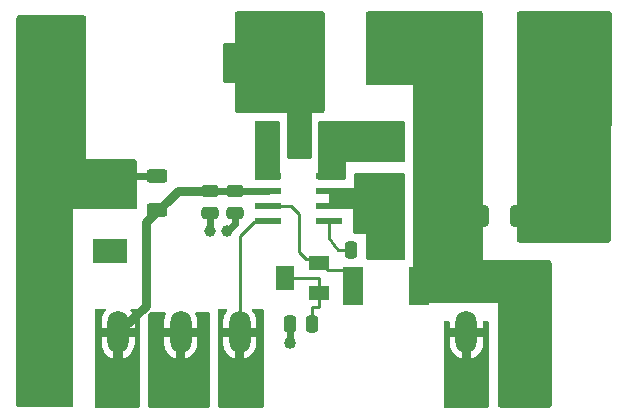
<source format=gbr>
%TF.GenerationSoftware,KiCad,Pcbnew,8.0.3*%
%TF.CreationDate,2024-09-06T18:55:24+02:00*%
%TF.ProjectId,nixie_supply,6e697869-655f-4737-9570-706c792e6b69,rev?*%
%TF.SameCoordinates,Original*%
%TF.FileFunction,Copper,L1,Top*%
%TF.FilePolarity,Positive*%
%FSLAX46Y46*%
G04 Gerber Fmt 4.6, Leading zero omitted, Abs format (unit mm)*
G04 Created by KiCad (PCBNEW 8.0.3) date 2024-09-06 18:55:24*
%MOMM*%
%LPD*%
G01*
G04 APERTURE LIST*
G04 Aperture macros list*
%AMRoundRect*
0 Rectangle with rounded corners*
0 $1 Rounding radius*
0 $2 $3 $4 $5 $6 $7 $8 $9 X,Y pos of 4 corners*
0 Add a 4 corners polygon primitive as box body*
4,1,4,$2,$3,$4,$5,$6,$7,$8,$9,$2,$3,0*
0 Add four circle primitives for the rounded corners*
1,1,$1+$1,$2,$3*
1,1,$1+$1,$4,$5*
1,1,$1+$1,$6,$7*
1,1,$1+$1,$8,$9*
0 Add four rect primitives between the rounded corners*
20,1,$1+$1,$2,$3,$4,$5,0*
20,1,$1+$1,$4,$5,$6,$7,0*
20,1,$1+$1,$6,$7,$8,$9,0*
20,1,$1+$1,$8,$9,$2,$3,0*%
G04 Aperture macros list end*
%TA.AperFunction,ComponentPad*%
%ADD10O,1.790700X3.581400*%
%TD*%
%TA.AperFunction,SMDPad,CuDef*%
%ADD11R,3.000000X2.000000*%
%TD*%
%TA.AperFunction,SMDPad,CuDef*%
%ADD12R,2.800000X3.800000*%
%TD*%
%TA.AperFunction,SMDPad,CuDef*%
%ADD13R,3.500000X3.000000*%
%TD*%
%TA.AperFunction,SMDPad,CuDef*%
%ADD14RoundRect,0.250000X0.325000X0.650000X-0.325000X0.650000X-0.325000X-0.650000X0.325000X-0.650000X0*%
%TD*%
%TA.AperFunction,SMDPad,CuDef*%
%ADD15RoundRect,0.250000X-0.475000X0.250000X-0.475000X-0.250000X0.475000X-0.250000X0.475000X0.250000X0*%
%TD*%
%TA.AperFunction,ComponentPad*%
%ADD16O,1.524000X3.048000*%
%TD*%
%TA.AperFunction,SMDPad,CuDef*%
%ADD17RoundRect,0.250000X-0.250000X-0.475000X0.250000X-0.475000X0.250000X0.475000X-0.250000X0.475000X0*%
%TD*%
%TA.AperFunction,SMDPad,CuDef*%
%ADD18R,2.700000X1.800000*%
%TD*%
%TA.AperFunction,SMDPad,CuDef*%
%ADD19RoundRect,0.250000X-0.625000X0.312500X-0.625000X-0.312500X0.625000X-0.312500X0.625000X0.312500X0*%
%TD*%
%TA.AperFunction,SMDPad,CuDef*%
%ADD20R,1.800000X3.200000*%
%TD*%
%TA.AperFunction,SMDPad,CuDef*%
%ADD21RoundRect,0.250000X-1.500000X-1.000000X1.500000X-1.000000X1.500000X1.000000X-1.500000X1.000000X0*%
%TD*%
%TA.AperFunction,SMDPad,CuDef*%
%ADD22R,2.200000X0.600000*%
%TD*%
%TA.AperFunction,SMDPad,CuDef*%
%ADD23R,1.800000X1.300000*%
%TD*%
%TA.AperFunction,SMDPad,CuDef*%
%ADD24R,1.600000X2.000000*%
%TD*%
%TA.AperFunction,ViaPad*%
%ADD25C,1.006400*%
%TD*%
%TA.AperFunction,ViaPad*%
%ADD26C,1.000000*%
%TD*%
%TA.AperFunction,ViaPad*%
%ADD27C,1.016000*%
%TD*%
%TA.AperFunction,Conductor*%
%ADD28C,0.600000*%
%TD*%
%TA.AperFunction,Conductor*%
%ADD29C,0.762000*%
%TD*%
%TA.AperFunction,Conductor*%
%ADD30C,0.254000*%
%TD*%
G04 APERTURE END LIST*
D10*
%TO.P,J3,1*%
%TO.N,DGND*%
X161181100Y-119633600D03*
%TO.P,J3,2*%
%TO.N,VOUT*%
X166181100Y-119633600D03*
%TD*%
D11*
%TO.P,C1,+*%
%TO.N,PWR*%
X130981100Y-106733600D03*
%TO.P,C1,-*%
%TO.N,DGND*%
X130981100Y-112733600D03*
%TD*%
D12*
%TO.P,D1,A*%
%TO.N,N$15*%
X147281100Y-95633600D03*
%TO.P,D1,C*%
%TO.N,VOUT*%
X154681100Y-95633600D03*
%TD*%
D13*
%TO.P,L1,P$1*%
%TO.N,PWR*%
X126481100Y-97033600D03*
%TO.P,L1,P$2*%
%TO.N,N$15*%
X142481100Y-97033600D03*
%TD*%
D14*
%TO.P,C6,1*%
%TO.N,DGND*%
X165475000Y-109750000D03*
%TO.P,C6,2*%
%TO.N,VOUT*%
X162525000Y-109750000D03*
%TD*%
D15*
%TO.P,C5,1*%
%TO.N,VCC*%
X139450000Y-107650000D03*
%TO.P,C5,2*%
%TO.N,DGND*%
X139450000Y-109550000D03*
%TD*%
D10*
%TO.P,J1,1*%
%TO.N,PWR*%
X126681100Y-119633600D03*
%TO.P,J1,2*%
%TO.N,VCC*%
X131681100Y-119633600D03*
%TD*%
%TO.P,J2,1*%
%TO.N,DGND*%
X136981100Y-119633600D03*
%TO.P,J2,2*%
%TO.N,SHDN*%
X141981100Y-119633600D03*
%TD*%
D16*
%TO.P,T1,D*%
%TO.N,N$15*%
X147081100Y-103273600D03*
%TO.P,T1,G*%
%TO.N,EXT*%
X144541100Y-103273600D03*
%TO.P,T1,S*%
%TO.N,N$2*%
X149621100Y-103273600D03*
%TD*%
D17*
%TO.P,R1,1*%
%TO.N,DGND*%
X146231100Y-118933600D03*
%TO.P,R1,2*%
%TO.N,N$3*%
X148131100Y-118933600D03*
%TD*%
D18*
%TO.P,RSENSE0,1*%
%TO.N,DGND*%
X154081100Y-107333600D03*
%TO.P,RSENSE0,2*%
%TO.N,N$2*%
X154081100Y-102933600D03*
%TD*%
D19*
%TO.P,REF\u002A\u002A,1*%
%TO.N,PWR*%
X134950000Y-106387500D03*
%TO.P,REF\u002A\u002A,2*%
%TO.N,VCC*%
X134950000Y-109312500D03*
%TD*%
D20*
%TO.P,R2,1*%
%TO.N,N$8*%
X151581100Y-115733600D03*
%TO.P,R2,2*%
%TO.N,VOUT*%
X157181100Y-115733600D03*
%TD*%
D21*
%TO.P,C4,1*%
%TO.N,VOUT*%
X160750000Y-98300000D03*
%TO.P,C4,2*%
%TO.N,DGND*%
X167250000Y-98300000D03*
%TD*%
D17*
%TO.P,C3,1*%
%TO.N,N$17*%
X151431100Y-112633600D03*
%TO.P,C3,2*%
%TO.N,DGND*%
X153331100Y-112633600D03*
%TD*%
D22*
%TO.P,IC1,1*%
%TO.N,EXT*%
X144381100Y-106428600D03*
%TO.P,IC1,2*%
%TO.N,VCC*%
X144381100Y-107698600D03*
%TO.P,IC1,3*%
%TO.N,N$8*%
X144381100Y-108968600D03*
%TO.P,IC1,4*%
%TO.N,SHDN*%
X144381100Y-110238600D03*
%TO.P,IC1,5*%
%TO.N,N$17*%
X149581100Y-110238600D03*
%TO.P,IC1,6*%
%TO.N,DGND*%
X149581100Y-108968600D03*
%TO.P,IC1,7*%
X149581100Y-107698600D03*
%TO.P,IC1,8*%
%TO.N,N$2*%
X149581100Y-106428600D03*
%TD*%
D23*
%TO.P,VR1,1*%
%TO.N,N$3*%
X148681100Y-116333600D03*
D24*
%TO.P,VR1,2*%
X145781100Y-115033600D03*
D23*
%TO.P,VR1,3*%
%TO.N,N$8*%
X148681100Y-113733600D03*
%TD*%
D15*
%TO.P,C2,1*%
%TO.N,VCC*%
X141581100Y-107650000D03*
%TO.P,C2,2*%
%TO.N,DGND*%
X141581100Y-109550000D03*
%TD*%
D25*
%TO.N,DGND*%
X153781100Y-110633600D03*
D26*
X139450000Y-111050000D03*
D25*
X152381100Y-109133600D03*
D27*
X146200000Y-120550000D03*
D25*
X153781100Y-109133600D03*
X169981100Y-93433600D03*
D26*
X140900000Y-111100000D03*
D25*
X169881100Y-102133600D03*
X155181100Y-112133600D03*
X169881100Y-106233600D03*
X155181100Y-109133600D03*
X169881100Y-104233600D03*
X152381100Y-110633600D03*
D27*
X130981100Y-112733600D03*
D25*
X169981100Y-95533600D03*
X155181100Y-110633600D03*
%TD*%
D28*
%TO.N,PWR*%
X134950000Y-106387500D02*
X131327200Y-106387500D01*
X131327200Y-106387500D02*
X130981100Y-106733600D01*
D29*
%TO.N,VCC*%
X134081100Y-110300000D02*
X136731100Y-107650000D01*
X134081100Y-116150000D02*
X134081100Y-110300000D01*
D28*
X141581100Y-107650000D02*
X139450000Y-107650000D01*
D29*
X134081100Y-117433600D02*
X134081100Y-116150000D01*
X131681100Y-119633600D02*
X134081100Y-117433600D01*
X136731100Y-107650000D02*
X139450000Y-107650000D01*
D28*
X141631100Y-107700000D02*
X144379700Y-107700000D01*
X144379700Y-107700000D02*
X144381100Y-107698600D01*
X141581100Y-107650000D02*
X141631100Y-107700000D01*
D30*
%TO.N,N$8*%
X146316100Y-108968600D02*
X144381100Y-108968600D01*
X148681100Y-113433600D02*
X148681100Y-113733600D01*
X150781100Y-114333600D02*
X151581100Y-115733600D01*
X147581100Y-113433600D02*
X146981100Y-112833600D01*
X148681100Y-113733600D02*
X149481100Y-114333600D01*
X149481100Y-114333600D02*
X150781100Y-114333600D01*
X146981100Y-112833600D02*
X146981100Y-109633600D01*
X147581100Y-113433600D02*
X148681100Y-113433600D01*
X146981100Y-109633600D02*
X146316100Y-108968600D01*
%TO.N,SHDN*%
X141981100Y-111495300D02*
X143181100Y-110295300D01*
X141981100Y-119633600D02*
X141981100Y-111495300D01*
X143181100Y-110295300D02*
X144381100Y-110238600D01*
%TO.N,N$17*%
X149581100Y-111638600D02*
X149581100Y-110238600D01*
X150281100Y-112633600D02*
X151431100Y-112633600D01*
X149981100Y-112233600D02*
X150281100Y-112633600D01*
X149581100Y-111638600D02*
X149981100Y-112233600D01*
D28*
%TO.N,DGND*%
X140900000Y-111100000D02*
X141550000Y-110450000D01*
X146200000Y-120550000D02*
X146200000Y-118964700D01*
X139450000Y-111050000D02*
X139450000Y-109550000D01*
X141550000Y-110450000D02*
X141550000Y-109581100D01*
X146200000Y-118964700D02*
X146231100Y-118933600D01*
X141550000Y-109581100D02*
X141581100Y-109550000D01*
D30*
%TO.N,N$3*%
X148681100Y-115033600D02*
X145781100Y-115033600D01*
X148681100Y-117533600D02*
X148681100Y-116333600D01*
X148681100Y-116333600D02*
X148681100Y-115033600D01*
X148131100Y-118933600D02*
X148131100Y-117533600D01*
X148131100Y-117533600D02*
X148681100Y-117533600D01*
%TD*%
%TA.AperFunction,Conductor*%
%TO.N,N$2*%
G36*
X155868443Y-101753307D02*
G01*
X155937684Y-101808526D01*
X155976111Y-101888318D01*
X155981100Y-101932600D01*
X155981100Y-105034600D01*
X155961393Y-105120943D01*
X155906174Y-105190184D01*
X155826382Y-105228611D01*
X155782100Y-105233600D01*
X150981100Y-105233600D01*
X150981100Y-106534600D01*
X150961393Y-106620943D01*
X150906174Y-106690184D01*
X150826382Y-106728611D01*
X150782100Y-106733600D01*
X148807100Y-106733600D01*
X148720757Y-106713893D01*
X148651516Y-106658674D01*
X148613089Y-106578882D01*
X148608100Y-106534600D01*
X148608100Y-101932600D01*
X148627807Y-101846257D01*
X148683026Y-101777016D01*
X148762818Y-101738589D01*
X148807100Y-101733600D01*
X155782100Y-101733600D01*
X155868443Y-101753307D01*
G37*
%TD.AperFunction*%
%TD*%
%TA.AperFunction,Conductor*%
%TO.N,VOUT*%
G36*
X162468443Y-92453307D02*
G01*
X162537684Y-92508526D01*
X162576111Y-92588318D01*
X162581100Y-92632600D01*
X162581100Y-113533600D01*
X168182100Y-113533600D01*
X168268443Y-113553307D01*
X168337684Y-113608526D01*
X168376111Y-113688318D01*
X168381100Y-113732600D01*
X168381100Y-125804600D01*
X168361393Y-125890943D01*
X168306174Y-125960184D01*
X168226382Y-125998611D01*
X168182100Y-126003600D01*
X164080100Y-126003600D01*
X163993757Y-125983893D01*
X163924516Y-125928674D01*
X163886089Y-125848882D01*
X163881100Y-125804600D01*
X163881100Y-117133600D01*
X156880100Y-117133600D01*
X156793757Y-117113893D01*
X156724516Y-117058674D01*
X156686089Y-116978882D01*
X156681100Y-116934600D01*
X156681100Y-98733600D01*
X152880100Y-98733600D01*
X152793757Y-98713893D01*
X152724516Y-98658674D01*
X152686089Y-98578882D01*
X152681100Y-98534600D01*
X152681100Y-92632600D01*
X152700807Y-92546257D01*
X152756026Y-92477016D01*
X152835818Y-92438589D01*
X152880100Y-92433600D01*
X162382100Y-92433600D01*
X162468443Y-92453307D01*
G37*
%TD.AperFunction*%
%TD*%
%TA.AperFunction,Conductor*%
%TO.N,EXT*%
G36*
X145342831Y-101749613D02*
G01*
X145379376Y-101799913D01*
X145384300Y-101831000D01*
X145384300Y-106636200D01*
X145365087Y-106695331D01*
X145314787Y-106731876D01*
X145283700Y-106736800D01*
X143378500Y-106736800D01*
X143319369Y-106717587D01*
X143282824Y-106667287D01*
X143277900Y-106636200D01*
X143277900Y-101831000D01*
X143297113Y-101771869D01*
X143347413Y-101735324D01*
X143378500Y-101730400D01*
X145283700Y-101730400D01*
X145342831Y-101749613D01*
G37*
%TD.AperFunction*%
%TD*%
%TA.AperFunction,Conductor*%
%TO.N,N$15*%
G36*
X149068443Y-92453307D02*
G01*
X149137684Y-92508526D01*
X149176111Y-92588318D01*
X149181100Y-92632600D01*
X149181100Y-100834600D01*
X149161393Y-100920943D01*
X149106174Y-100990184D01*
X149026382Y-101028611D01*
X148982100Y-101033600D01*
X148081100Y-101033600D01*
X148081100Y-104734600D01*
X148061393Y-104820943D01*
X148006174Y-104890184D01*
X147926382Y-104928611D01*
X147882100Y-104933600D01*
X146180100Y-104933600D01*
X146093757Y-104913893D01*
X146024516Y-104858674D01*
X145986089Y-104778882D01*
X145981100Y-104734600D01*
X145981100Y-101033600D01*
X141780100Y-101033600D01*
X141693757Y-101013893D01*
X141624516Y-100958674D01*
X141586089Y-100878882D01*
X141581100Y-100834600D01*
X141581100Y-98533600D01*
X140780100Y-98533600D01*
X140693757Y-98513893D01*
X140624516Y-98458674D01*
X140586089Y-98378882D01*
X140581100Y-98334600D01*
X140581100Y-95332600D01*
X140600807Y-95246257D01*
X140656026Y-95177016D01*
X140735818Y-95138589D01*
X140780100Y-95133600D01*
X141581100Y-95133600D01*
X141581100Y-92632600D01*
X141600807Y-92546257D01*
X141656026Y-92477016D01*
X141735818Y-92438589D01*
X141780100Y-92433600D01*
X148982100Y-92433600D01*
X149068443Y-92453307D01*
G37*
%TD.AperFunction*%
%TD*%
%TA.AperFunction,Conductor*%
%TO.N,DGND*%
G36*
X155868443Y-106153307D02*
G01*
X155937684Y-106208526D01*
X155976111Y-106288318D01*
X155981100Y-106332600D01*
X155981100Y-113334600D01*
X155961393Y-113420943D01*
X155906174Y-113490184D01*
X155826382Y-113528611D01*
X155782100Y-113533600D01*
X152880100Y-113533600D01*
X152793757Y-113513893D01*
X152724516Y-113458674D01*
X152686089Y-113378882D01*
X152681100Y-113334600D01*
X152681100Y-111333600D01*
X151780100Y-111333600D01*
X151693757Y-111313893D01*
X151624516Y-111258674D01*
X151586089Y-111178882D01*
X151581100Y-111134600D01*
X151581100Y-109233600D01*
X149780100Y-109233600D01*
X149693757Y-109213893D01*
X149624516Y-109158674D01*
X149586089Y-109078882D01*
X149581100Y-109034600D01*
X149581100Y-107632600D01*
X149600807Y-107546257D01*
X149656026Y-107477016D01*
X149735818Y-107438589D01*
X149780100Y-107433600D01*
X151681100Y-107433600D01*
X151681100Y-106332600D01*
X151700807Y-106246257D01*
X151756026Y-106177016D01*
X151835818Y-106138589D01*
X151880100Y-106133600D01*
X155782100Y-106133600D01*
X155868443Y-106153307D01*
G37*
%TD.AperFunction*%
%TD*%
%TA.AperFunction,Conductor*%
%TO.N,DGND*%
G36*
X173369515Y-92453307D02*
G01*
X173438756Y-92508526D01*
X173477183Y-92588318D01*
X173482169Y-92633658D01*
X173380031Y-111835658D01*
X173359865Y-111921895D01*
X173304279Y-111990842D01*
X173224283Y-112028843D01*
X173181034Y-112033600D01*
X165680100Y-112033600D01*
X165593757Y-112013893D01*
X165524516Y-111958674D01*
X165486089Y-111878882D01*
X165481100Y-111834600D01*
X165481100Y-92632600D01*
X165500807Y-92546257D01*
X165556026Y-92477016D01*
X165635818Y-92438589D01*
X165680100Y-92433600D01*
X173283172Y-92433600D01*
X173369515Y-92453307D01*
G37*
%TD.AperFunction*%
%TD*%
%TA.AperFunction,Conductor*%
%TO.N,PWR*%
G36*
X128868443Y-92819707D02*
G01*
X128937684Y-92874926D01*
X128976111Y-92954718D01*
X128981100Y-92999000D01*
X128981100Y-105000000D01*
X133082100Y-105000000D01*
X133168443Y-105019707D01*
X133237684Y-105074926D01*
X133276111Y-105154718D01*
X133281100Y-105199000D01*
X133281100Y-109001000D01*
X133261393Y-109087343D01*
X133206174Y-109156584D01*
X133126382Y-109195011D01*
X133082100Y-109200000D01*
X127881100Y-109200000D01*
X127881100Y-125801000D01*
X127861393Y-125887343D01*
X127806174Y-125956584D01*
X127726382Y-125995011D01*
X127682100Y-126000000D01*
X123280100Y-126000000D01*
X123193757Y-125980293D01*
X123124516Y-125925074D01*
X123086089Y-125845282D01*
X123081100Y-125801000D01*
X123081100Y-92999000D01*
X123100807Y-92912657D01*
X123156026Y-92843416D01*
X123235818Y-92804989D01*
X123280100Y-92800000D01*
X128782100Y-92800000D01*
X128868443Y-92819707D01*
G37*
%TD.AperFunction*%
%TD*%
%TA.AperFunction,Conductor*%
%TO.N,VCC*%
G36*
X130582799Y-117653015D02*
G01*
X130628554Y-117705819D01*
X130638498Y-117774977D01*
X130616078Y-117830216D01*
X130487689Y-118006926D01*
X130387977Y-118202620D01*
X130387976Y-118202623D01*
X130320108Y-118411503D01*
X130285750Y-118628428D01*
X130285750Y-119233600D01*
X131236956Y-119233600D01*
X131203461Y-119267095D01*
X131124877Y-119403205D01*
X131084200Y-119555017D01*
X131084200Y-119712183D01*
X131124877Y-119863995D01*
X131203461Y-120000105D01*
X131236956Y-120033600D01*
X130285750Y-120033600D01*
X130285750Y-120638771D01*
X130320108Y-120855696D01*
X130387976Y-121064576D01*
X130387977Y-121064579D01*
X130487689Y-121260273D01*
X130616788Y-121437962D01*
X130772087Y-121593261D01*
X130949776Y-121722360D01*
X131145470Y-121822072D01*
X131145473Y-121822073D01*
X131281099Y-121866140D01*
X131281100Y-121866139D01*
X131281100Y-120077744D01*
X131314595Y-120111239D01*
X131450705Y-120189823D01*
X131602517Y-120230500D01*
X131759683Y-120230500D01*
X131911495Y-120189823D01*
X132047605Y-120111239D01*
X132081100Y-120077744D01*
X132081100Y-121866140D01*
X132216726Y-121822073D01*
X132216729Y-121822072D01*
X132412423Y-121722360D01*
X132590112Y-121593261D01*
X132745411Y-121437962D01*
X132874510Y-121260273D01*
X132974222Y-121064579D01*
X132974223Y-121064576D01*
X133042091Y-120855696D01*
X133076450Y-120638771D01*
X133076450Y-120033600D01*
X132125244Y-120033600D01*
X132158739Y-120000105D01*
X132237323Y-119863995D01*
X132278000Y-119712183D01*
X132278000Y-119555017D01*
X132237323Y-119403205D01*
X132158739Y-119267095D01*
X132125244Y-119233600D01*
X133076450Y-119233600D01*
X133076450Y-118628428D01*
X133042091Y-118411503D01*
X132974223Y-118202623D01*
X132974222Y-118202620D01*
X132874510Y-118006926D01*
X132746122Y-117830216D01*
X132722642Y-117764409D01*
X132738467Y-117696355D01*
X132788573Y-117647661D01*
X132846440Y-117633330D01*
X133426347Y-117633330D01*
X133493386Y-117653015D01*
X133539141Y-117705819D01*
X133550347Y-117757330D01*
X133550347Y-125879600D01*
X133530662Y-125946639D01*
X133477858Y-125992394D01*
X133426347Y-126003600D01*
X129824347Y-126003600D01*
X129757308Y-125983915D01*
X129711553Y-125931111D01*
X129700347Y-125879600D01*
X129700347Y-117757330D01*
X129720032Y-117690291D01*
X129772836Y-117644536D01*
X129824347Y-117633330D01*
X130515760Y-117633330D01*
X130582799Y-117653015D01*
G37*
%TD.AperFunction*%
%TD*%
%TA.AperFunction,Conductor*%
%TO.N,DGND*%
G36*
X135698369Y-117936350D02*
G01*
X135744124Y-117989154D01*
X135754068Y-118058312D01*
X135741815Y-118096960D01*
X135687977Y-118202620D01*
X135687976Y-118202623D01*
X135620108Y-118411503D01*
X135585750Y-118628428D01*
X135585750Y-119233600D01*
X136536956Y-119233600D01*
X136503461Y-119267095D01*
X136424877Y-119403205D01*
X136384200Y-119555017D01*
X136384200Y-119712183D01*
X136424877Y-119863995D01*
X136503461Y-120000105D01*
X136536956Y-120033600D01*
X135585750Y-120033600D01*
X135585750Y-120638771D01*
X135620108Y-120855696D01*
X135687976Y-121064576D01*
X135687977Y-121064579D01*
X135787689Y-121260273D01*
X135916788Y-121437962D01*
X136072087Y-121593261D01*
X136249776Y-121722360D01*
X136445470Y-121822072D01*
X136445473Y-121822073D01*
X136581099Y-121866140D01*
X136581100Y-121866139D01*
X136581100Y-120077744D01*
X136614595Y-120111239D01*
X136750705Y-120189823D01*
X136902517Y-120230500D01*
X137059683Y-120230500D01*
X137211495Y-120189823D01*
X137347605Y-120111239D01*
X137381100Y-120077744D01*
X137381100Y-121866140D01*
X137516726Y-121822073D01*
X137516729Y-121822072D01*
X137712423Y-121722360D01*
X137890112Y-121593261D01*
X138045411Y-121437962D01*
X138174510Y-121260273D01*
X138274222Y-121064579D01*
X138274223Y-121064576D01*
X138342091Y-120855696D01*
X138376450Y-120638771D01*
X138376450Y-120033600D01*
X137425244Y-120033600D01*
X137458739Y-120000105D01*
X137537323Y-119863995D01*
X137578000Y-119712183D01*
X137578000Y-119555017D01*
X137537323Y-119403205D01*
X137458739Y-119267095D01*
X137425244Y-119233600D01*
X138376450Y-119233600D01*
X138376450Y-118628428D01*
X138342091Y-118411503D01*
X138274223Y-118202623D01*
X138274222Y-118202620D01*
X138220385Y-118096960D01*
X138207489Y-118028291D01*
X138233765Y-117963550D01*
X138290872Y-117923293D01*
X138330870Y-117916665D01*
X139326174Y-117916665D01*
X139393213Y-117936350D01*
X139438968Y-117989154D01*
X139450174Y-118040665D01*
X139450174Y-125879600D01*
X139430489Y-125946639D01*
X139377685Y-125992394D01*
X139326174Y-126003600D01*
X134374174Y-126003600D01*
X134307135Y-125983915D01*
X134261380Y-125931111D01*
X134250174Y-125879600D01*
X134250174Y-118122005D01*
X134269859Y-118054966D01*
X134290377Y-118030605D01*
X134350531Y-117975464D01*
X134413246Y-117944676D01*
X134429444Y-117942969D01*
X135097752Y-117916760D01*
X135102611Y-117916665D01*
X135631330Y-117916665D01*
X135698369Y-117936350D01*
G37*
%TD.AperFunction*%
%TD*%
%TA.AperFunction,Conductor*%
%TO.N,SHDN*%
G36*
X140886620Y-117647807D02*
G01*
X140932375Y-117700611D01*
X140942319Y-117769769D01*
X140917782Y-117823941D01*
X140919650Y-117825299D01*
X140787689Y-118006926D01*
X140687977Y-118202620D01*
X140687976Y-118202623D01*
X140620108Y-118411503D01*
X140585750Y-118628428D01*
X140585750Y-119233600D01*
X141536956Y-119233600D01*
X141503461Y-119267095D01*
X141424877Y-119403205D01*
X141384200Y-119555017D01*
X141384200Y-119712183D01*
X141424877Y-119863995D01*
X141503461Y-120000105D01*
X141536956Y-120033600D01*
X140585750Y-120033600D01*
X140585750Y-120638771D01*
X140620108Y-120855696D01*
X140687976Y-121064576D01*
X140687977Y-121064579D01*
X140787689Y-121260273D01*
X140916788Y-121437962D01*
X141072087Y-121593261D01*
X141249776Y-121722360D01*
X141445470Y-121822072D01*
X141445473Y-121822073D01*
X141581099Y-121866140D01*
X141581100Y-121866139D01*
X141581100Y-120077744D01*
X141614595Y-120111239D01*
X141750705Y-120189823D01*
X141902517Y-120230500D01*
X142059683Y-120230500D01*
X142211495Y-120189823D01*
X142347605Y-120111239D01*
X142381100Y-120077744D01*
X142381100Y-121866140D01*
X142516726Y-121822073D01*
X142516729Y-121822072D01*
X142712423Y-121722360D01*
X142890112Y-121593261D01*
X143045411Y-121437962D01*
X143174510Y-121260273D01*
X143274222Y-121064579D01*
X143274223Y-121064576D01*
X143342091Y-120855696D01*
X143376450Y-120638771D01*
X143376450Y-120033600D01*
X142425244Y-120033600D01*
X142458739Y-120000105D01*
X142537323Y-119863995D01*
X142578000Y-119712183D01*
X142578000Y-119555017D01*
X142537323Y-119403205D01*
X142458739Y-119267095D01*
X142425244Y-119233600D01*
X143376450Y-119233600D01*
X143376450Y-118628428D01*
X143342091Y-118411503D01*
X143274223Y-118202623D01*
X143274222Y-118202620D01*
X143174510Y-118006926D01*
X143042550Y-117825299D01*
X143044442Y-117823923D01*
X143019774Y-117769005D01*
X143030147Y-117699910D01*
X143076230Y-117647391D01*
X143142619Y-117628122D01*
X143876293Y-117628122D01*
X143943332Y-117647807D01*
X143989087Y-117700611D01*
X144000293Y-117752122D01*
X144000293Y-125879600D01*
X143980608Y-125946639D01*
X143927804Y-125992394D01*
X143876293Y-126003600D01*
X140274293Y-126003600D01*
X140207254Y-125983915D01*
X140161499Y-125931111D01*
X140150293Y-125879600D01*
X140150293Y-117752122D01*
X140169978Y-117685083D01*
X140222782Y-117639328D01*
X140274293Y-117628122D01*
X140819581Y-117628122D01*
X140886620Y-117647807D01*
G37*
%TD.AperFunction*%
%TD*%
%TA.AperFunction,Conductor*%
%TO.N,DGND*%
G36*
X159728789Y-118674372D02*
G01*
X159774544Y-118727176D01*
X159785750Y-118778687D01*
X159785750Y-119233600D01*
X160736956Y-119233600D01*
X160703461Y-119267095D01*
X160624877Y-119403205D01*
X160584200Y-119555017D01*
X160584200Y-119712183D01*
X160624877Y-119863995D01*
X160703461Y-120000105D01*
X160736956Y-120033600D01*
X159785750Y-120033600D01*
X159785750Y-120638771D01*
X159820108Y-120855696D01*
X159887976Y-121064576D01*
X159887977Y-121064579D01*
X159987689Y-121260273D01*
X160116788Y-121437962D01*
X160272087Y-121593261D01*
X160449776Y-121722360D01*
X160645470Y-121822072D01*
X160645473Y-121822073D01*
X160781099Y-121866140D01*
X160781100Y-121866139D01*
X160781100Y-120077744D01*
X160814595Y-120111239D01*
X160950705Y-120189823D01*
X161102517Y-120230500D01*
X161259683Y-120230500D01*
X161411495Y-120189823D01*
X161547605Y-120111239D01*
X161581100Y-120077744D01*
X161581100Y-121866140D01*
X161716726Y-121822073D01*
X161716729Y-121822072D01*
X161912423Y-121722360D01*
X162090112Y-121593261D01*
X162245411Y-121437962D01*
X162374510Y-121260273D01*
X162474222Y-121064579D01*
X162474223Y-121064576D01*
X162542091Y-120855696D01*
X162576450Y-120638771D01*
X162576450Y-120033600D01*
X161625244Y-120033600D01*
X161658739Y-120000105D01*
X161737323Y-119863995D01*
X161778000Y-119712183D01*
X161778000Y-119555017D01*
X161737323Y-119403205D01*
X161658739Y-119267095D01*
X161625244Y-119233600D01*
X162576450Y-119233600D01*
X162576450Y-118778687D01*
X162596135Y-118711648D01*
X162648939Y-118665893D01*
X162700450Y-118654687D01*
X162976000Y-118654687D01*
X163043039Y-118674372D01*
X163088794Y-118727176D01*
X163100000Y-118778687D01*
X163100000Y-125879600D01*
X163080315Y-125946639D01*
X163027511Y-125992394D01*
X162976000Y-126003600D01*
X159374000Y-126003600D01*
X159306961Y-125983915D01*
X159261206Y-125931111D01*
X159250000Y-125879600D01*
X159250000Y-118778687D01*
X159269685Y-118711648D01*
X159322489Y-118665893D01*
X159374000Y-118654687D01*
X159661750Y-118654687D01*
X159728789Y-118674372D01*
G37*
%TD.AperFunction*%
%TD*%
M02*

</source>
